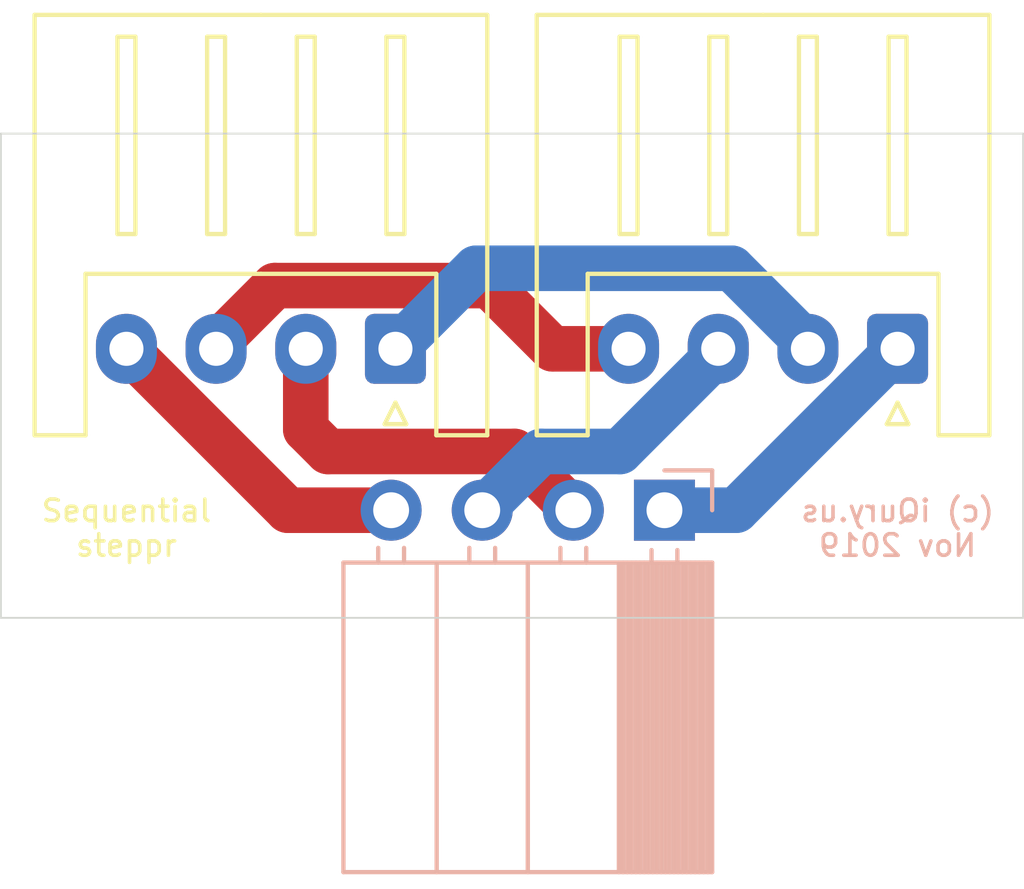
<source format=kicad_pcb>
(kicad_pcb (version 20190605) (host pcbnew "(5.1.0-1558-g0ba0c1724)")

  (general
    (thickness 1.6)
    (drawings 6)
    (tracks 21)
    (modules 3)
    (nets 7)
  )

  (page "A4")
  (layers
    (0 "F.Cu" signal)
    (31 "B.Cu" signal)
    (32 "B.Adhes" user)
    (33 "F.Adhes" user)
    (34 "B.Paste" user)
    (35 "F.Paste" user)
    (36 "B.SilkS" user)
    (37 "F.SilkS" user)
    (38 "B.Mask" user)
    (39 "F.Mask" user)
    (40 "Dwgs.User" user)
    (41 "Cmts.User" user)
    (42 "Eco1.User" user)
    (43 "Eco2.User" user)
    (44 "Edge.Cuts" user)
    (45 "Margin" user)
    (46 "B.CrtYd" user)
    (47 "F.CrtYd" user)
    (48 "B.Fab" user hide)
    (49 "F.Fab" user hide)
  )

  (setup
    (last_trace_width 0.1524)
    (user_trace_width 0.254)
    (user_trace_width 0.381)
    (user_trace_width 0.508)
    (user_trace_width 0.762)
    (user_trace_width 1.016)
    (user_trace_width 1.27)
    (trace_clearance 0.1524)
    (zone_clearance 0.508)
    (zone_45_only no)
    (trace_min 0.1524)
    (via_size 0.8)
    (via_drill 0.4)
    (via_min_size 0.4)
    (via_min_drill 0.3)
    (user_via 1 0.4)
    (user_via 1.3 0.5)
    (uvia_size 0.3)
    (uvia_drill 0.1)
    (uvias_allowed no)
    (uvia_min_size 0.2)
    (uvia_min_drill 0.1)
    (max_error 0.005)
    (defaults
      (edge_clearance 0.01)
      (edge_cuts_line_width 0.05)
      (courtyard_line_width 0.05)
      (copper_line_width 0.2)
      (copper_text_dims (size 1.5 1.5) (thickness 0.3) keep_upright)
      (silk_line_width 0.12)
      (silk_text_dims (size 1 1) (thickness 0.15) keep_upright)
      (other_layers_line_width 0.1)
      (other_layers_text_dims (size 1 1) (thickness 0.15) keep_upright)
    )
    (pad_size 1.524 1.524)
    (pad_drill 0.762)
    (pad_to_mask_clearance 0.051)
    (solder_mask_min_width 0.25)
    (aux_axis_origin 123.5 95.5)
    (visible_elements FFFFFF7F)
    (pcbplotparams
      (layerselection 0x010fc_ffffffff)
      (usegerberextensions true)
      (usegerberattributes false)
      (usegerberadvancedattributes false)
      (creategerberjobfile false)
      (excludeedgelayer true)
      (linewidth 0.100000)
      (plotframeref false)
      (viasonmask false)
      (mode 1)
      (useauxorigin false)
      (hpglpennumber 1)
      (hpglpenspeed 20)
      (hpglpendiameter 15.000000)
      (psnegative false)
      (psa4output false)
      (plotreference false)
      (plotvalue false)
      (plotinvisibletext false)
      (padsonsilk false)
      (subtractmaskfromsilk false)
      (outputformat 1)
      (mirror false)
      (drillshape 0)
      (scaleselection 1)
      (outputdirectory "Gerber/"))
  )

  (net 0 "")
  (net 1 "Net-(J1-Pad4)")
  (net 2 "Net-(J1-Pad3)")
  (net 3 "Net-(J1-Pad2)")
  (net 4 "Net-(J1-Pad1)")
  (net 5 "Net-(J2-Pad4)")
  (net 6 "Net-(J2-Pad2)")

  (net_class "Default" "This is the default net class."
    (clearance 0.1524)
    (trace_width 0.1524)
    (via_dia 0.8)
    (via_drill 0.4)
    (uvia_dia 0.3)
    (uvia_drill 0.1)
    (add_net "Net-(J1-Pad1)")
    (add_net "Net-(J1-Pad2)")
    (add_net "Net-(J1-Pad3)")
    (add_net "Net-(J1-Pad4)")
    (add_net "Net-(J2-Pad2)")
    (add_net "Net-(J2-Pad4)")
  )

  (module "Connector_PinSocket_2.54mm:PinSocket_1x04_P2.54mm_Horizontal" (layer "B.Cu") (tedit 5A19A424) (tstamp 5DE24EA5)
    (at 142 92.5 90)
    (descr "Through hole angled socket strip, 1x04, 2.54mm pitch, 8.51mm socket length, single row (from Kicad 4.0.7), script generated")
    (tags "Through hole angled socket strip THT 1x04 2.54mm single row")
    (path "/5DE1F835")
    (fp_text reference "J1" (at -4.38 2.77 270) (layer "B.SilkS") hide
      (effects (font (size 1 1) (thickness 0.15)) (justify mirror))
    )
    (fp_text value "In" (at -4.38 -10.39 270) (layer "B.Fab")
      (effects (font (size 1 1) (thickness 0.15)) (justify mirror))
    )
    (fp_text user "%R" (at -5.775 -3.81) (layer "B.Fab")
      (effects (font (size 1 1) (thickness 0.15)) (justify mirror))
    )
    (fp_line (start 1.75 -9.45) (end 1.75 1.75) (layer "B.CrtYd") (width 0.05))
    (fp_line (start -10.55 -9.45) (end 1.75 -9.45) (layer "B.CrtYd") (width 0.05))
    (fp_line (start -10.55 1.75) (end -10.55 -9.45) (layer "B.CrtYd") (width 0.05))
    (fp_line (start 1.75 1.75) (end -10.55 1.75) (layer "B.CrtYd") (width 0.05))
    (fp_line (start 0 1.33) (end 1.11 1.33) (layer "B.SilkS") (width 0.12))
    (fp_line (start 1.11 1.33) (end 1.11 0) (layer "B.SilkS") (width 0.12))
    (fp_line (start -10.09 1.33) (end -10.09 -8.95) (layer "B.SilkS") (width 0.12))
    (fp_line (start -10.09 -8.95) (end -1.46 -8.95) (layer "B.SilkS") (width 0.12))
    (fp_line (start -1.46 1.33) (end -1.46 -8.95) (layer "B.SilkS") (width 0.12))
    (fp_line (start -10.09 1.33) (end -1.46 1.33) (layer "B.SilkS") (width 0.12))
    (fp_line (start -10.09 -6.35) (end -1.46 -6.35) (layer "B.SilkS") (width 0.12))
    (fp_line (start -10.09 -3.81) (end -1.46 -3.81) (layer "B.SilkS") (width 0.12))
    (fp_line (start -10.09 -1.27) (end -1.46 -1.27) (layer "B.SilkS") (width 0.12))
    (fp_line (start -1.46 -7.98) (end -1.05 -7.98) (layer "B.SilkS") (width 0.12))
    (fp_line (start -1.46 -7.26) (end -1.05 -7.26) (layer "B.SilkS") (width 0.12))
    (fp_line (start -1.46 -5.44) (end -1.05 -5.44) (layer "B.SilkS") (width 0.12))
    (fp_line (start -1.46 -4.72) (end -1.05 -4.72) (layer "B.SilkS") (width 0.12))
    (fp_line (start -1.46 -2.9) (end -1.05 -2.9) (layer "B.SilkS") (width 0.12))
    (fp_line (start -1.46 -2.18) (end -1.05 -2.18) (layer "B.SilkS") (width 0.12))
    (fp_line (start -1.46 -0.36) (end -1.11 -0.36) (layer "B.SilkS") (width 0.12))
    (fp_line (start -1.46 0.36) (end -1.11 0.36) (layer "B.SilkS") (width 0.12))
    (fp_line (start -10.09 -1.1519) (end -1.46 -1.1519) (layer "B.SilkS") (width 0.12))
    (fp_line (start -10.09 -1.033805) (end -1.46 -1.033805) (layer "B.SilkS") (width 0.12))
    (fp_line (start -10.09 -0.91571) (end -1.46 -0.91571) (layer "B.SilkS") (width 0.12))
    (fp_line (start -10.09 -0.797615) (end -1.46 -0.797615) (layer "B.SilkS") (width 0.12))
    (fp_line (start -10.09 -0.67952) (end -1.46 -0.67952) (layer "B.SilkS") (width 0.12))
    (fp_line (start -10.09 -0.561425) (end -1.46 -0.561425) (layer "B.SilkS") (width 0.12))
    (fp_line (start -10.09 -0.44333) (end -1.46 -0.44333) (layer "B.SilkS") (width 0.12))
    (fp_line (start -10.09 -0.325235) (end -1.46 -0.325235) (layer "B.SilkS") (width 0.12))
    (fp_line (start -10.09 -0.20714) (end -1.46 -0.20714) (layer "B.SilkS") (width 0.12))
    (fp_line (start -10.09 -0.089045) (end -1.46 -0.089045) (layer "B.SilkS") (width 0.12))
    (fp_line (start -10.09 0.02905) (end -1.46 0.02905) (layer "B.SilkS") (width 0.12))
    (fp_line (start -10.09 0.147145) (end -1.46 0.147145) (layer "B.SilkS") (width 0.12))
    (fp_line (start -10.09 0.26524) (end -1.46 0.26524) (layer "B.SilkS") (width 0.12))
    (fp_line (start -10.09 0.383335) (end -1.46 0.383335) (layer "B.SilkS") (width 0.12))
    (fp_line (start -10.09 0.50143) (end -1.46 0.50143) (layer "B.SilkS") (width 0.12))
    (fp_line (start -10.09 0.619525) (end -1.46 0.619525) (layer "B.SilkS") (width 0.12))
    (fp_line (start -10.09 0.73762) (end -1.46 0.73762) (layer "B.SilkS") (width 0.12))
    (fp_line (start -10.09 0.855715) (end -1.46 0.855715) (layer "B.SilkS") (width 0.12))
    (fp_line (start -10.09 0.97381) (end -1.46 0.97381) (layer "B.SilkS") (width 0.12))
    (fp_line (start -10.09 1.091905) (end -1.46 1.091905) (layer "B.SilkS") (width 0.12))
    (fp_line (start -10.09 1.21) (end -1.46 1.21) (layer "B.SilkS") (width 0.12))
    (fp_line (start 0 -7.92) (end 0 -7.32) (layer "B.Fab") (width 0.1))
    (fp_line (start -1.52 -7.92) (end 0 -7.92) (layer "B.Fab") (width 0.1))
    (fp_line (start 0 -7.32) (end -1.52 -7.32) (layer "B.Fab") (width 0.1))
    (fp_line (start 0 -5.38) (end 0 -4.78) (layer "B.Fab") (width 0.1))
    (fp_line (start -1.52 -5.38) (end 0 -5.38) (layer "B.Fab") (width 0.1))
    (fp_line (start 0 -4.78) (end -1.52 -4.78) (layer "B.Fab") (width 0.1))
    (fp_line (start 0 -2.84) (end 0 -2.24) (layer "B.Fab") (width 0.1))
    (fp_line (start -1.52 -2.84) (end 0 -2.84) (layer "B.Fab") (width 0.1))
    (fp_line (start 0 -2.24) (end -1.52 -2.24) (layer "B.Fab") (width 0.1))
    (fp_line (start 0 -0.3) (end 0 0.3) (layer "B.Fab") (width 0.1))
    (fp_line (start -1.52 -0.3) (end 0 -0.3) (layer "B.Fab") (width 0.1))
    (fp_line (start 0 0.3) (end -1.52 0.3) (layer "B.Fab") (width 0.1))
    (fp_line (start -10.03 -8.89) (end -10.03 1.27) (layer "B.Fab") (width 0.1))
    (fp_line (start -1.52 -8.89) (end -10.03 -8.89) (layer "B.Fab") (width 0.1))
    (fp_line (start -1.52 0.3) (end -1.52 -8.89) (layer "B.Fab") (width 0.1))
    (fp_line (start -2.49 1.27) (end -1.52 0.3) (layer "B.Fab") (width 0.1))
    (fp_line (start -10.03 1.27) (end -2.49 1.27) (layer "B.Fab") (width 0.1))
    (pad "4" thru_hole oval (at 0 -7.62 90) (size 1.7 1.7) (drill 1) (layers *.Cu *.Mask)
      (net 1 "Net-(J1-Pad4)"))
    (pad "3" thru_hole oval (at 0 -5.08 90) (size 1.7 1.7) (drill 1) (layers *.Cu *.Mask)
      (net 2 "Net-(J1-Pad3)"))
    (pad "2" thru_hole oval (at 0 -2.54 90) (size 1.7 1.7) (drill 1) (layers *.Cu *.Mask)
      (net 3 "Net-(J1-Pad2)"))
    (pad "1" thru_hole rect (at 0 0 90) (size 1.7 1.7) (drill 1) (layers *.Cu *.Mask)
      (net 4 "Net-(J1-Pad1)"))
    (model "${KISYS3DMOD}/Connector_PinSocket_2.54mm.3dshapes/PinSocket_1x04_P2.54mm_Horizontal.wrl"
      (at (xyz 0 0 0))
      (scale (xyz 1 1 1))
      (rotate (xyz 0 0 0))
    )
  )

  (module "Connector_JST:JST_XH_S4B-XH-A_1x04_P2.50mm_Horizontal" (layer "F.Cu") (tedit 5C281475) (tstamp 5DE244B8)
    (at 134.5 88 180)
    (descr "JST XH series connector, S4B-XH-A (http://www.jst-mfg.com/product/pdf/eng/eXH.pdf), generated with kicad-footprint-generator")
    (tags "connector JST XH horizontal")
    (path "/5DE2087E")
    (fp_text reference "J3" (at 3.75 -3.5) (layer "F.SilkS") hide
      (effects (font (size 1 1) (thickness 0.15)))
    )
    (fp_text value "ST2" (at 3.75 10.4) (layer "F.Fab")
      (effects (font (size 1 1) (thickness 0.15)))
    )
    (fp_line (start -2.95 -2.8) (end -2.95 9.7) (layer "F.CrtYd") (width 0.05))
    (fp_line (start -2.95 9.7) (end 10.45 9.7) (layer "F.CrtYd") (width 0.05))
    (fp_line (start 10.45 9.7) (end 10.45 -2.8) (layer "F.CrtYd") (width 0.05))
    (fp_line (start 10.45 -2.8) (end -2.95 -2.8) (layer "F.CrtYd") (width 0.05))
    (fp_line (start 3.75 9.31) (end -2.56 9.31) (layer "F.SilkS") (width 0.12))
    (fp_line (start -2.56 9.31) (end -2.56 -2.41) (layer "F.SilkS") (width 0.12))
    (fp_line (start -2.56 -2.41) (end -1.14 -2.41) (layer "F.SilkS") (width 0.12))
    (fp_line (start -1.14 -2.41) (end -1.14 2.09) (layer "F.SilkS") (width 0.12))
    (fp_line (start -1.14 2.09) (end 3.75 2.09) (layer "F.SilkS") (width 0.12))
    (fp_line (start 3.75 9.31) (end 10.06 9.31) (layer "F.SilkS") (width 0.12))
    (fp_line (start 10.06 9.31) (end 10.06 -2.41) (layer "F.SilkS") (width 0.12))
    (fp_line (start 10.06 -2.41) (end 8.64 -2.41) (layer "F.SilkS") (width 0.12))
    (fp_line (start 8.64 -2.41) (end 8.64 2.09) (layer "F.SilkS") (width 0.12))
    (fp_line (start 8.64 2.09) (end 3.75 2.09) (layer "F.SilkS") (width 0.12))
    (fp_line (start 3.75 9.2) (end -2.45 9.2) (layer "F.Fab") (width 0.1))
    (fp_line (start -2.45 9.2) (end -2.45 -2.3) (layer "F.Fab") (width 0.1))
    (fp_line (start -2.45 -2.3) (end -1.25 -2.3) (layer "F.Fab") (width 0.1))
    (fp_line (start -1.25 -2.3) (end -1.25 2.2) (layer "F.Fab") (width 0.1))
    (fp_line (start -1.25 2.2) (end 3.75 2.2) (layer "F.Fab") (width 0.1))
    (fp_line (start 3.75 9.2) (end 9.95 9.2) (layer "F.Fab") (width 0.1))
    (fp_line (start 9.95 9.2) (end 9.95 -2.3) (layer "F.Fab") (width 0.1))
    (fp_line (start 9.95 -2.3) (end 8.75 -2.3) (layer "F.Fab") (width 0.1))
    (fp_line (start 8.75 -2.3) (end 8.75 2.2) (layer "F.Fab") (width 0.1))
    (fp_line (start 8.75 2.2) (end 3.75 2.2) (layer "F.Fab") (width 0.1))
    (fp_line (start -0.25 3.2) (end -0.25 8.7) (layer "F.SilkS") (width 0.12))
    (fp_line (start -0.25 8.7) (end 0.25 8.7) (layer "F.SilkS") (width 0.12))
    (fp_line (start 0.25 8.7) (end 0.25 3.2) (layer "F.SilkS") (width 0.12))
    (fp_line (start 0.25 3.2) (end -0.25 3.2) (layer "F.SilkS") (width 0.12))
    (fp_line (start 2.25 3.2) (end 2.25 8.7) (layer "F.SilkS") (width 0.12))
    (fp_line (start 2.25 8.7) (end 2.75 8.7) (layer "F.SilkS") (width 0.12))
    (fp_line (start 2.75 8.7) (end 2.75 3.2) (layer "F.SilkS") (width 0.12))
    (fp_line (start 2.75 3.2) (end 2.25 3.2) (layer "F.SilkS") (width 0.12))
    (fp_line (start 4.75 3.2) (end 4.75 8.7) (layer "F.SilkS") (width 0.12))
    (fp_line (start 4.75 8.7) (end 5.25 8.7) (layer "F.SilkS") (width 0.12))
    (fp_line (start 5.25 8.7) (end 5.25 3.2) (layer "F.SilkS") (width 0.12))
    (fp_line (start 5.25 3.2) (end 4.75 3.2) (layer "F.SilkS") (width 0.12))
    (fp_line (start 7.25 3.2) (end 7.25 8.7) (layer "F.SilkS") (width 0.12))
    (fp_line (start 7.25 8.7) (end 7.75 8.7) (layer "F.SilkS") (width 0.12))
    (fp_line (start 7.75 8.7) (end 7.75 3.2) (layer "F.SilkS") (width 0.12))
    (fp_line (start 7.75 3.2) (end 7.25 3.2) (layer "F.SilkS") (width 0.12))
    (fp_line (start 0 -1.5) (end -0.3 -2.1) (layer "F.SilkS") (width 0.12))
    (fp_line (start -0.3 -2.1) (end 0.3 -2.1) (layer "F.SilkS") (width 0.12))
    (fp_line (start 0.3 -2.1) (end 0 -1.5) (layer "F.SilkS") (width 0.12))
    (fp_line (start -0.625 2.2) (end 0 1.2) (layer "F.Fab") (width 0.1))
    (fp_line (start 0 1.2) (end 0.625 2.2) (layer "F.Fab") (width 0.1))
    (fp_text user "%R" (at 3.75 3.45) (layer "F.Fab")
      (effects (font (size 1 1) (thickness 0.15)))
    )
    (pad "4" thru_hole oval (at 7.5 0 180) (size 1.7 1.95) (drill 0.95) (layers *.Cu *.Mask)
      (net 1 "Net-(J1-Pad4)"))
    (pad "3" thru_hole oval (at 5 0 180) (size 1.7 1.95) (drill 0.95) (layers *.Cu *.Mask)
      (net 5 "Net-(J2-Pad4)"))
    (pad "2" thru_hole oval (at 2.5 0 180) (size 1.7 1.95) (drill 0.95) (layers *.Cu *.Mask)
      (net 3 "Net-(J1-Pad2)"))
    (pad "1" thru_hole roundrect (at 0 0 180) (size 1.7 1.95) (drill 0.95) (layers *.Cu *.Mask) (roundrect_rratio 0.147059)
      (net 6 "Net-(J2-Pad2)"))
    (model "${KISYS3DMOD}/Connector_JST.3dshapes/JST_XH_S4B-XH-A_1x04_P2.50mm_Horizontal.wrl"
      (at (xyz 0 0 0))
      (scale (xyz 1 1 1))
      (rotate (xyz 0 0 0))
    )
  )

  (module "Connector_JST:JST_XH_S4B-XH-A_1x04_P2.50mm_Horizontal" (layer "F.Cu") (tedit 5C281475) (tstamp 5DE24482)
    (at 148.5 88 180)
    (descr "JST XH series connector, S4B-XH-A (http://www.jst-mfg.com/product/pdf/eng/eXH.pdf), generated with kicad-footprint-generator")
    (tags "connector JST XH horizontal")
    (path "/5DE1FF7A")
    (fp_text reference "J2" (at 3.75 -3.5) (layer "F.SilkS") hide
      (effects (font (size 1 1) (thickness 0.15)))
    )
    (fp_text value "ST1" (at 3.75 10.4) (layer "F.Fab")
      (effects (font (size 1 1) (thickness 0.15)))
    )
    (fp_line (start -2.95 -2.8) (end -2.95 9.7) (layer "F.CrtYd") (width 0.05))
    (fp_line (start -2.95 9.7) (end 10.45 9.7) (layer "F.CrtYd") (width 0.05))
    (fp_line (start 10.45 9.7) (end 10.45 -2.8) (layer "F.CrtYd") (width 0.05))
    (fp_line (start 10.45 -2.8) (end -2.95 -2.8) (layer "F.CrtYd") (width 0.05))
    (fp_line (start 3.75 9.31) (end -2.56 9.31) (layer "F.SilkS") (width 0.12))
    (fp_line (start -2.56 9.31) (end -2.56 -2.41) (layer "F.SilkS") (width 0.12))
    (fp_line (start -2.56 -2.41) (end -1.14 -2.41) (layer "F.SilkS") (width 0.12))
    (fp_line (start -1.14 -2.41) (end -1.14 2.09) (layer "F.SilkS") (width 0.12))
    (fp_line (start -1.14 2.09) (end 3.75 2.09) (layer "F.SilkS") (width 0.12))
    (fp_line (start 3.75 9.31) (end 10.06 9.31) (layer "F.SilkS") (width 0.12))
    (fp_line (start 10.06 9.31) (end 10.06 -2.41) (layer "F.SilkS") (width 0.12))
    (fp_line (start 10.06 -2.41) (end 8.64 -2.41) (layer "F.SilkS") (width 0.12))
    (fp_line (start 8.64 -2.41) (end 8.64 2.09) (layer "F.SilkS") (width 0.12))
    (fp_line (start 8.64 2.09) (end 3.75 2.09) (layer "F.SilkS") (width 0.12))
    (fp_line (start 3.75 9.2) (end -2.45 9.2) (layer "F.Fab") (width 0.1))
    (fp_line (start -2.45 9.2) (end -2.45 -2.3) (layer "F.Fab") (width 0.1))
    (fp_line (start -2.45 -2.3) (end -1.25 -2.3) (layer "F.Fab") (width 0.1))
    (fp_line (start -1.25 -2.3) (end -1.25 2.2) (layer "F.Fab") (width 0.1))
    (fp_line (start -1.25 2.2) (end 3.75 2.2) (layer "F.Fab") (width 0.1))
    (fp_line (start 3.75 9.2) (end 9.95 9.2) (layer "F.Fab") (width 0.1))
    (fp_line (start 9.95 9.2) (end 9.95 -2.3) (layer "F.Fab") (width 0.1))
    (fp_line (start 9.95 -2.3) (end 8.75 -2.3) (layer "F.Fab") (width 0.1))
    (fp_line (start 8.75 -2.3) (end 8.75 2.2) (layer "F.Fab") (width 0.1))
    (fp_line (start 8.75 2.2) (end 3.75 2.2) (layer "F.Fab") (width 0.1))
    (fp_line (start -0.25 3.2) (end -0.25 8.7) (layer "F.SilkS") (width 0.12))
    (fp_line (start -0.25 8.7) (end 0.25 8.7) (layer "F.SilkS") (width 0.12))
    (fp_line (start 0.25 8.7) (end 0.25 3.2) (layer "F.SilkS") (width 0.12))
    (fp_line (start 0.25 3.2) (end -0.25 3.2) (layer "F.SilkS") (width 0.12))
    (fp_line (start 2.25 3.2) (end 2.25 8.7) (layer "F.SilkS") (width 0.12))
    (fp_line (start 2.25 8.7) (end 2.75 8.7) (layer "F.SilkS") (width 0.12))
    (fp_line (start 2.75 8.7) (end 2.75 3.2) (layer "F.SilkS") (width 0.12))
    (fp_line (start 2.75 3.2) (end 2.25 3.2) (layer "F.SilkS") (width 0.12))
    (fp_line (start 4.75 3.2) (end 4.75 8.7) (layer "F.SilkS") (width 0.12))
    (fp_line (start 4.75 8.7) (end 5.25 8.7) (layer "F.SilkS") (width 0.12))
    (fp_line (start 5.25 8.7) (end 5.25 3.2) (layer "F.SilkS") (width 0.12))
    (fp_line (start 5.25 3.2) (end 4.75 3.2) (layer "F.SilkS") (width 0.12))
    (fp_line (start 7.25 3.2) (end 7.25 8.7) (layer "F.SilkS") (width 0.12))
    (fp_line (start 7.25 8.7) (end 7.75 8.7) (layer "F.SilkS") (width 0.12))
    (fp_line (start 7.75 8.7) (end 7.75 3.2) (layer "F.SilkS") (width 0.12))
    (fp_line (start 7.75 3.2) (end 7.25 3.2) (layer "F.SilkS") (width 0.12))
    (fp_line (start 0 -1.5) (end -0.3 -2.1) (layer "F.SilkS") (width 0.12))
    (fp_line (start -0.3 -2.1) (end 0.3 -2.1) (layer "F.SilkS") (width 0.12))
    (fp_line (start 0.3 -2.1) (end 0 -1.5) (layer "F.SilkS") (width 0.12))
    (fp_line (start -0.625 2.2) (end 0 1.2) (layer "F.Fab") (width 0.1))
    (fp_line (start 0 1.2) (end 0.625 2.2) (layer "F.Fab") (width 0.1))
    (fp_text user "%R" (at 3.75 3.45) (layer "F.Fab")
      (effects (font (size 1 1) (thickness 0.15)))
    )
    (pad "4" thru_hole oval (at 7.5 0 180) (size 1.7 1.95) (drill 0.95) (layers *.Cu *.Mask)
      (net 5 "Net-(J2-Pad4)"))
    (pad "3" thru_hole oval (at 5 0 180) (size 1.7 1.95) (drill 0.95) (layers *.Cu *.Mask)
      (net 2 "Net-(J1-Pad3)"))
    (pad "2" thru_hole oval (at 2.5 0 180) (size 1.7 1.95) (drill 0.95) (layers *.Cu *.Mask)
      (net 6 "Net-(J2-Pad2)"))
    (pad "1" thru_hole roundrect (at 0 0 180) (size 1.7 1.95) (drill 0.95) (layers *.Cu *.Mask) (roundrect_rratio 0.147059)
      (net 4 "Net-(J1-Pad1)"))
    (model "${KISYS3DMOD}/Connector_JST.3dshapes/JST_XH_S4B-XH-A_1x04_P2.50mm_Horizontal.wrl"
      (at (xyz 0 0 0))
      (scale (xyz 1 1 1))
      (rotate (xyz 0 0 0))
    )
  )

  (gr_text "(c) iQury.us\nNov 2019" (at 148.5 93) (layer "B.SilkS")
    (effects (font (size 0.6 0.6) (thickness 0.1)) (justify mirror))
  )
  (gr_text "Sequential\nsteppr" (at 127 93) (layer "F.SilkS")
    (effects (font (size 0.6 0.6) (thickness 0.1)))
  )
  (gr_line (start 123.5 95.5) (end 123.5 82) (layer "Edge.Cuts") (width 0.05))
  (gr_line (start 152 95.5) (end 123.5 95.5) (layer "Edge.Cuts") (width 0.05))
  (gr_line (start 152 82) (end 152 95.5) (layer "Edge.Cuts") (width 0.05))
  (gr_line (start 123.5 82) (end 152 82) (layer "Edge.Cuts") (width 0.05))

  (segment (start 131.5 92.5) (end 127 88) (width 1.27) (layer "F.Cu") (net 1))
  (segment (start 134.38 92.5) (end 131.5 92.5) (width 1.27) (layer "F.Cu") (net 1))
  (segment (start 132 90.245) (end 132 88) (width 1.27) (layer "F.Cu") (net 3))
  (segment (start 132.617599 90.862599) (end 132 90.245) (width 1.27) (layer "F.Cu") (net 3))
  (segment (start 137.822599 90.862599) (end 132.617599 90.862599) (width 1.27) (layer "F.Cu") (net 3))
  (segment (start 139.46 92.5) (end 137.822599 90.862599) (width 1.27) (layer "F.Cu") (net 3))
  (segment (start 137.11759 86.23759) (end 138.88 88) (width 1.27) (layer "F.Cu") (net 5))
  (segment (start 131.13741 86.23759) (end 137.11759 86.23759) (width 1.27) (layer "F.Cu") (net 5))
  (segment (start 129.5 87.875) (end 131.13741 86.23759) (width 1.27) (layer "F.Cu") (net 5))
  (segment (start 138.88 88) (end 141 88) (width 1.27) (layer "F.Cu") (net 5))
  (segment (start 129.5 88) (end 129.5 87.875) (width 1.27) (layer "F.Cu") (net 5))
  (segment (start 143.88 85.755) (end 146 87.875) (width 1.27) (layer "B.Cu") (net 6))
  (segment (start 136.745 85.755) (end 143.88 85.755) (width 1.27) (layer "B.Cu") (net 6))
  (segment (start 146 87.875) (end 146 88) (width 1.27) (layer "B.Cu") (net 6))
  (segment (start 134.5 88) (end 136.745 85.755) (width 1.27) (layer "B.Cu") (net 6))
  (segment (start 140.762401 90.862599) (end 143.5 88.125) (width 1.27) (layer "B.Cu") (net 2))
  (segment (start 138.557401 90.862599) (end 140.762401 90.862599) (width 1.27) (layer "B.Cu") (net 2))
  (segment (start 143.5 88.125) (end 143.5 88) (width 1.27) (layer "B.Cu") (net 2))
  (segment (start 136.92 92.5) (end 138.557401 90.862599) (width 1.27) (layer "B.Cu") (net 2))
  (segment (start 144 92.5) (end 148.5 88) (width 1.27) (layer "B.Cu") (net 4))
  (segment (start 142 92.5) (end 144 92.5) (width 1.27) (layer "B.Cu") (net 4))

)

</source>
